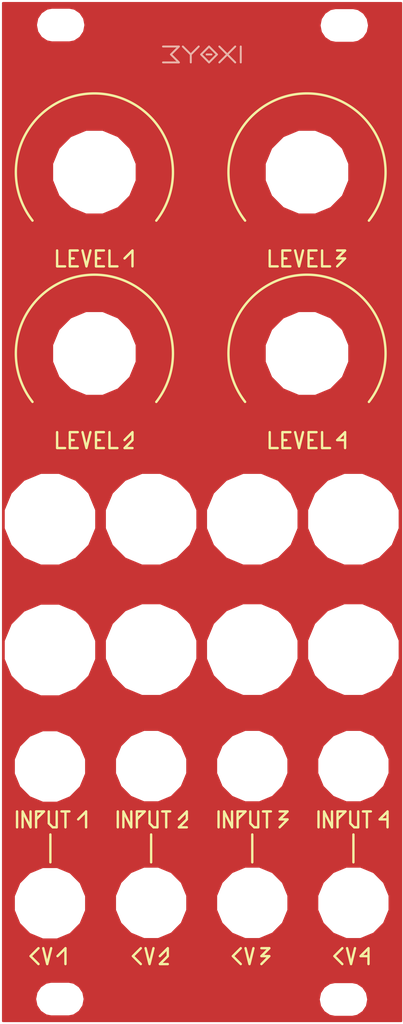
<source format=kicad_pcb>
(kicad_pcb (version 20171130) (host pcbnew "(5.0.1)-4")

  (general
    (thickness 1.6)
    (drawings 234)
    (tracks 0)
    (zones 0)
    (modules 2)
    (nets 1)
  )

  (page A4)
  (layers
    (0 F.Cu signal hide)
    (31 B.Cu signal hide)
    (32 B.Adhes user hide)
    (33 F.Adhes user hide)
    (34 B.Paste user hide)
    (35 F.Paste user hide)
    (36 B.SilkS user hide)
    (37 F.SilkS user hide)
    (38 B.Mask user hide)
    (39 F.Mask user)
    (40 Dwgs.User user hide)
    (41 Cmts.User user hide)
    (42 Eco1.User user hide)
    (43 Eco2.User user)
    (44 Edge.Cuts user)
    (45 Margin user hide)
    (46 B.CrtYd user hide)
    (47 F.CrtYd user hide)
    (48 B.Fab user hide)
    (49 F.Fab user hide)
  )

  (setup
    (last_trace_width 0.25)
    (trace_clearance 0.2)
    (zone_clearance 0.508)
    (zone_45_only no)
    (trace_min 0.2)
    (segment_width 0.2)
    (edge_width 0.2)
    (via_size 0.8)
    (via_drill 0.4)
    (via_min_size 0.4)
    (via_min_drill 0.3)
    (uvia_size 0.3)
    (uvia_drill 0.1)
    (uvias_allowed no)
    (uvia_min_size 0.2)
    (uvia_min_drill 0.1)
    (pcb_text_width 0.3)
    (pcb_text_size 1.5 1.5)
    (mod_edge_width 0.15)
    (mod_text_size 1 1)
    (mod_text_width 0.15)
    (pad_size 1.524 1.524)
    (pad_drill 0.762)
    (pad_to_mask_clearance 0.051)
    (solder_mask_min_width 0.25)
    (aux_axis_origin 0 0)
    (visible_elements 7FFFFFFF)
    (pcbplotparams
      (layerselection 0x010fc_ffffffff)
      (usegerberextensions false)
      (usegerberattributes false)
      (usegerberadvancedattributes false)
      (creategerberjobfile false)
      (excludeedgelayer true)
      (linewidth 0.100000)
      (plotframeref false)
      (viasonmask false)
      (mode 1)
      (useauxorigin false)
      (hpglpennumber 1)
      (hpglpenspeed 20)
      (hpglpendiameter 15.000000)
      (psnegative false)
      (psa4output false)
      (plotreference true)
      (plotvalue true)
      (plotinvisibletext false)
      (padsonsilk false)
      (subtractmaskfromsilk false)
      (outputformat 1)
      (mirror false)
      (drillshape 1)
      (scaleselection 1)
      (outputdirectory ""))
  )

  (net 0 "")

  (net_class Default "This is the default net class."
    (clearance 0.2)
    (trace_width 0.25)
    (via_dia 0.8)
    (via_drill 0.4)
    (uvia_dia 0.3)
    (uvia_drill 0.1)
  )

  (module "Eurorack Footprints:BKM_Signature_3" (layer B.Cu) (tedit 5C11F612) (tstamp 5C70C805)
    (at 29.2 126 180)
    (fp_text reference REF** (at 0 -5.3 180) (layer B.SilkS) hide
      (effects (font (size 1 1) (thickness 0.15)) (justify mirror))
    )
    (fp_text value BKM_Signature_3 (at 0 8 180) (layer B.Fab)
      (effects (font (size 1 1) (thickness 0.15)) (justify mirror))
    )
    (fp_line (start 8 4) (end 8 0) (layer B.Mask) (width 0.4))
    (fp_line (start 7 0) (end 8 4) (layer B.Mask) (width 0.4))
    (fp_line (start 6 4) (end 7 0) (layer B.Mask) (width 0.4))
    (fp_line (start 6 0) (end 6 4) (layer B.Mask) (width 0.4))
    (fp_line (start 3 2) (end 5 0) (layer B.Mask) (width 0.4))
    (fp_line (start 5 4) (end 3 2) (layer B.Mask) (width 0.4))
    (fp_line (start 3 0) (end 3 4) (layer B.Mask) (width 0.4))
    (fp_line (start 2 2) (end 0 0) (layer B.Mask) (width 0.4))
    (fp_line (start 0 2) (end 2 2) (layer B.Mask) (width 0.4))
    (fp_line (start 2 4) (end 0 2) (layer B.Mask) (width 0.4))
    (fp_line (start 0 4) (end 2 4) (layer B.Mask) (width 0.4))
    (fp_line (start 0 0) (end 0 4) (layer B.Mask) (width 0.4))
  )

  (module "Eurorack Footprints:Fish_mark_1" (layer F.Cu) (tedit 5C147E35) (tstamp 5C70C82D)
    (at 25.3 7.8)
    (fp_text reference REF** (at 0 4) (layer F.SilkS) hide
      (effects (font (size 1 1) (thickness 0.15)))
    )
    (fp_text value Fish_mark_1 (at 0 -7.4) (layer F.Fab)
      (effects (font (size 1 1) (thickness 0.15)))
    )
    (fp_line (start -0.4 -3.1) (end -2.4 -5.1) (layer B.Mask) (width 0.4))
    (fp_line (start 1.6 -3.1) (end -0.4 -3.1) (layer B.Mask) (width 0.4))
    (fp_line (start 2.6 -4.1) (end 1.6 -3.1) (layer B.Mask) (width 0.4))
    (fp_line (start -0.4 -5.1) (end -2.4 -3.1) (layer B.Mask) (width 0.4))
    (fp_line (start 1.6 -5.1) (end -0.4 -5.1) (layer B.Mask) (width 0.4))
    (fp_line (start 2.6 -4.1) (end 1.6 -5.1) (layer B.Mask) (width 0.4))
    (fp_line (start 4.9 -2.1) (end 4.9 -0.1) (layer B.SilkS) (width 0.25))
    (fp_line (start 0.6 -1.1) (end 1.2 -1.1) (layer B.SilkS) (width 0.25))
    (fp_line (start 1.9 -1.1) (end 0.9 -2.1) (layer B.SilkS) (width 0.25))
    (fp_line (start 0.9 -0.1) (end 1.9 -1.1) (layer B.SilkS) (width 0.25))
    (fp_line (start -0.1 -1.1) (end 0.9 -0.1) (layer B.SilkS) (width 0.25))
    (fp_line (start 0.9 -2.1) (end -0.1 -1.1) (layer B.SilkS) (width 0.25))
    (fp_line (start 4.2 -2.1) (end 2.2 -0.1) (layer B.SilkS) (width 0.25))
    (fp_line (start 2.2 -2.1) (end 4.2 -0.1) (layer B.SilkS) (width 0.25))
    (fp_line (start -1.4 -1.1) (end -1.4 -0.1) (layer B.SilkS) (width 0.25))
    (fp_line (start -0.4 -2.1) (end -1.4 -1.1) (layer B.SilkS) (width 0.25))
    (fp_line (start -2.4 -2.1) (end -1.4 -1.1) (layer B.SilkS) (width 0.25))
    (fp_line (start -2.9 -0.1) (end -4.9 -0.1) (layer B.SilkS) (width 0.25))
    (fp_line (start -3.9 -1.1) (end -2.9 -0.1) (layer B.SilkS) (width 0.25))
    (fp_line (start -2.9 -2.1) (end -3.9 -1.1) (layer B.SilkS) (width 0.25))
    (fp_line (start -4.9 -2.1) (end -2.9 -2.1) (layer B.SilkS) (width 0.25))
  )

  (gr_circle (center 7.4 125.5) (end 9.05 125.5) (layer Eco2.User) (width 0.2) (tstamp 5CA238BE))
  (gr_circle (center 42.9 125.5) (end 44.55 125.5) (layer Eco2.User) (width 0.2) (tstamp 5CA23879))
  (gr_circle (center 42.9 3.1) (end 44.55 3.1) (layer Eco2.User) (width 0.2) (tstamp 5CA2382C))
  (gr_circle (center 7.5 3) (end 9.15 3) (layer Eco2.User) (width 0.2))
  (gr_circle (center 44.4 113.3) (end 48.35 113.3) (layer Eco2.User) (width 0.3) (tstamp 5CA2380E))
  (gr_circle (center 31.65 113.3) (end 35.6 113.3) (layer Eco2.User) (width 0.3) (tstamp 5CA237FE))
  (gr_circle (center 18.9 113.3) (end 22.85 113.3) (layer Eco2.User) (width 0.3) (tstamp 5CA237EF))
  (gr_circle (center 6.15 113.35) (end 10.1 113.35) (layer Eco2.User) (width 0.3) (tstamp 5CA237E6))
  (gr_circle (center 44.4 96.1) (end 48.35 96.1) (layer Eco2.User) (width 0.3) (tstamp 5CA237D5))
  (gr_circle (center 31.65 96.1) (end 35.6 96.1) (layer Eco2.User) (width 0.3) (tstamp 5CA237CE))
  (gr_circle (center 18.9 96.1) (end 22.85 96.1) (layer Eco2.User) (width 0.3) (tstamp 5CA237C8))
  (gr_circle (center 6.15 96.15) (end 10.1 96.15) (layer Eco2.User) (width 0.3) (tstamp 5CA237B2))
  (gr_circle (center 44.35 81.45) (end 48.3 81.45) (layer Eco2.User) (width 0.3) (tstamp 5CA23798))
  (gr_circle (center 31.65 81.45) (end 35.6 81.45) (layer Eco2.User) (width 0.3) (tstamp 5CA23792))
  (gr_circle (center 18.9 81.45) (end 22.85 81.45) (layer Eco2.User) (width 0.3) (tstamp 5CA23773))
  (gr_circle (center 6.15 81.45) (end 10.1 81.45) (layer Eco2.User) (width 0.3) (tstamp 5CA2376D))
  (gr_circle (center 44.35 65.05) (end 48.3 65.05) (layer Eco2.User) (width 0.3) (tstamp 5CA23767))
  (gr_circle (center 31.65 65.05) (end 35.6 65.05) (layer Eco2.User) (width 0.3) (tstamp 5CA23761))
  (gr_circle (center 18.9 65.05) (end 22.85 65.05) (layer Eco2.User) (width 0.3) (tstamp 5CA23728))
  (gr_circle (center 6.15 65) (end 10.1 65) (layer Eco2.User) (width 0.3))
  (gr_circle (center 38.55 44.3) (end 43.3 44.3) (layer Eco2.User) (width 0.3) (tstamp 5CA23647))
  (gr_circle (center 11.75 44.3) (end 16.5 44.3) (layer Eco2.User) (width 0.3) (tstamp 5CA2363E))
  (gr_circle (center 38.55 21.5) (end 43.3 21.5) (layer Eco2.User) (width 0.3) (tstamp 5CA23635))
  (gr_circle (center 11.75 21.5) (end 16.5 21.5) (layer Eco2.User) (width 0.3))
  (gr_line (start 0 128.5) (end 0 0) (layer Eco2.User) (width 0.3))
  (gr_line (start 50.5 128.5) (end 0 128.5) (layer Eco2.User) (width 0.3))
  (gr_line (start 50.5 0) (end 50.5 128.5) (layer Eco2.User) (width 0.3))
  (gr_line (start 0 0) (end 50.5 0) (layer Eco2.User) (width 0.3))
  (gr_arc (start 11.75 44.3) (end 19.549999 50.399999) (angle -256.0259633) (layer F.SilkS) (width 0.3) (tstamp 5C8736AB))
  (gr_arc (start 38.55 44.3) (end 46.349999 50.399999) (angle -256.0259633) (layer F.SilkS) (width 0.3) (tstamp 5C8736A9))
  (gr_arc (start 38.55 21.5) (end 46.349999 27.599999) (angle -256.0259633) (layer F.SilkS) (width 0.3) (tstamp 5C8736A1))
  (gr_arc (start 11.75 21.5) (end 19.549999 27.599999) (angle -256.0259633) (layer F.SilkS) (width 0.3))
  (gr_line (start 44.4 108.3) (end 44.4 104.8) (layer F.SilkS) (width 0.3) (tstamp 5C871AA9))
  (gr_line (start 31.65 108.3) (end 31.65 104.8) (layer F.SilkS) (width 0.3) (tstamp 5C871AA6))
  (gr_line (start 18.9 108.3) (end 18.9 104.8) (layer F.SilkS) (width 0.3) (tstamp 5C871AA4))
  (gr_line (start 6.2 108.3) (end 6.2 104.8) (layer F.SilkS) (width 0.3))
  (gr_line (start 45.3 120.1) (end 46.3 120.1) (layer F.SilkS) (width 0.3) (tstamp 5C8719B4))
  (gr_line (start 46.3 119.1) (end 46.3 121.1) (layer F.SilkS) (width 0.3) (tstamp 5C871998))
  (gr_line (start 44.1 121.1) (end 44.6 119.1) (layer F.SilkS) (width 0.3) (tstamp 5C871997))
  (gr_line (start 43.6 119.1) (end 44.1 121.1) (layer F.SilkS) (width 0.3) (tstamp 5C871996))
  (gr_line (start 42 120.1) (end 43 121.1) (layer F.SilkS) (width 0.3) (tstamp 5C871995))
  (gr_line (start 43 119.1) (end 42 120.1) (layer F.SilkS) (width 0.3) (tstamp 5C871994))
  (gr_line (start 45.3 120.1) (end 46.3 119.1) (layer F.SilkS) (width 0.3) (tstamp 5C871993))
  (gr_line (start 31.3 121.1) (end 31.8 119.1) (layer F.SilkS) (width 0.3) (tstamp 5C871985))
  (gr_line (start 30.8 119.1) (end 31.3 121.1) (layer F.SilkS) (width 0.3) (tstamp 5C871984))
  (gr_line (start 29.2 120.1) (end 30.2 121.1) (layer F.SilkS) (width 0.3) (tstamp 5C871983))
  (gr_line (start 30.2 119.1) (end 29.2 120.1) (layer F.SilkS) (width 0.3) (tstamp 5C871982))
  (gr_line (start 18.2 119.1) (end 18.7 121.1) (layer F.SilkS) (width 0.3) (tstamp 5C87197A))
  (gr_line (start 16.6 120.1) (end 17.6 121.1) (layer F.SilkS) (width 0.3) (tstamp 5C871979))
  (gr_line (start 17.6 119.1) (end 16.6 120.1) (layer F.SilkS) (width 0.3) (tstamp 5C871978))
  (gr_line (start 18.7 121.1) (end 19.2 119.1) (layer F.SilkS) (width 0.3) (tstamp 5C871975))
  (gr_line (start 20 121.1) (end 21 121.1) (layer F.SilkS) (width 0.3) (tstamp 5C87191C))
  (gr_line (start 21 120.1) (end 20 121.1) (layer F.SilkS) (width 0.3) (tstamp 5C87191B))
  (gr_line (start 21 119.1) (end 21 120.1) (layer F.SilkS) (width 0.3) (tstamp 5C87191A))
  (gr_line (start 33.8 120.1) (end 32.8 121.1) (layer F.SilkS) (width 0.3) (tstamp 5C871919))
  (gr_line (start 32.8 120.1) (end 33.8 120.1) (layer F.SilkS) (width 0.3) (tstamp 5C871918))
  (gr_line (start 32.8 119.1) (end 33.8 119.1) (layer F.SilkS) (width 0.3) (tstamp 5C871917))
  (gr_line (start 32.8 120.1) (end 33.8 119.1) (layer F.SilkS) (width 0.3) (tstamp 5C871914))
  (gr_line (start 20 120.1) (end 21 119.1) (layer F.SilkS) (width 0.3) (tstamp 5C871913))
  (gr_line (start 7.1 120.1) (end 8.1 119.1) (layer F.SilkS) (width 0.3) (tstamp 5C871912))
  (gr_line (start 8.1 119.1) (end 8.1 121.1) (layer F.SilkS) (width 0.3) (tstamp 5C871911))
  (gr_line (start 5.8 121.1) (end 6.3 119.1) (layer F.SilkS) (width 0.3))
  (gr_line (start 5.3 119.1) (end 5.8 121.1) (layer F.SilkS) (width 0.3))
  (gr_line (start 3.7 120.1) (end 4.7 121.1) (layer F.SilkS) (width 0.3))
  (gr_line (start 4.7 119.1) (end 3.7 120.1) (layer F.SilkS) (width 0.3))
  (gr_line (start 47.7 102.9) (end 48.7 102.9) (layer F.SilkS) (width 0.3) (tstamp 5C8718F9))
  (gr_line (start 22.4 103.9) (end 23.4 103.9) (layer F.SilkS) (width 0.3) (tstamp 5C8718AC))
  (gr_line (start 23.4 102.9) (end 22.4 103.9) (layer F.SilkS) (width 0.3) (tstamp 5C8718AB))
  (gr_line (start 23.4 101.9) (end 23.4 102.9) (layer F.SilkS) (width 0.3) (tstamp 5C8718AA))
  (gr_line (start 36.1 102.9) (end 35.1 103.9) (layer F.SilkS) (width 0.3) (tstamp 5C8718A7))
  (gr_line (start 35.1 102.9) (end 36.1 102.9) (layer F.SilkS) (width 0.3) (tstamp 5C8718A6))
  (gr_line (start 35.1 101.9) (end 36.1 101.9) (layer F.SilkS) (width 0.3) (tstamp 5C8718A4))
  (gr_line (start 47.7 102.9) (end 48.7 101.9) (layer F.SilkS) (width 0.3) (tstamp 5C871891))
  (gr_line (start 48.7 101.9) (end 48.7 103.9) (layer F.SilkS) (width 0.3) (tstamp 5C871890))
  (gr_line (start 46.1 101.9) (end 46.1 103.9) (layer F.SilkS) (width 0.3) (tstamp 5C87188F))
  (gr_line (start 44 101.9) (end 44 103.4) (layer F.SilkS) (width 0.3) (tstamp 5C87188E))
  (gr_line (start 44 103.4) (end 44.5 103.9) (layer F.SilkS) (width 0.3) (tstamp 5C87188D))
  (gr_line (start 44.5 103.9) (end 45 103.9) (layer F.SilkS) (width 0.3) (tstamp 5C87188C))
  (gr_line (start 45 103.9) (end 45 101.9) (layer F.SilkS) (width 0.3) (tstamp 5C87188B))
  (gr_line (start 45.6 101.9) (end 46.6 101.9) (layer F.SilkS) (width 0.3) (tstamp 5C87188A))
  (gr_line (start 41.7 103.9) (end 41.7 101.9) (layer F.SilkS) (width 0.3) (tstamp 5C871889))
  (gr_line (start 42.4 103.9) (end 42.4 101.9) (layer F.SilkS) (width 0.3) (tstamp 5C871888))
  (gr_line (start 42.4 101.9) (end 43.4 101.9) (layer F.SilkS) (width 0.3) (tstamp 5C871887))
  (gr_line (start 40 101.9) (end 40 103.9) (layer F.SilkS) (width 0.3) (tstamp 5C871886))
  (gr_line (start 40.7 101.9) (end 41.7 103.9) (layer F.SilkS) (width 0.3) (tstamp 5C871885))
  (gr_line (start 40.7 103.9) (end 40.7 101.9) (layer F.SilkS) (width 0.3) (tstamp 5C871884))
  (gr_line (start 43.4 101.9) (end 42.4 102.9) (layer F.SilkS) (width 0.3) (tstamp 5C871883))
  (gr_line (start 35.1 102.9) (end 36.1 101.9) (layer F.SilkS) (width 0.3) (tstamp 5C871873))
  (gr_line (start 33.5 101.9) (end 33.5 103.9) (layer F.SilkS) (width 0.3) (tstamp 5C871871))
  (gr_line (start 31.4 101.9) (end 31.4 103.4) (layer F.SilkS) (width 0.3) (tstamp 5C871870))
  (gr_line (start 31.4 103.4) (end 31.9 103.9) (layer F.SilkS) (width 0.3) (tstamp 5C87186F))
  (gr_line (start 31.9 103.9) (end 32.4 103.9) (layer F.SilkS) (width 0.3) (tstamp 5C87186E))
  (gr_line (start 32.4 103.9) (end 32.4 101.9) (layer F.SilkS) (width 0.3) (tstamp 5C87186D))
  (gr_line (start 33 101.9) (end 34 101.9) (layer F.SilkS) (width 0.3) (tstamp 5C87186C))
  (gr_line (start 29.1 103.9) (end 29.1 101.9) (layer F.SilkS) (width 0.3) (tstamp 5C87186B))
  (gr_line (start 29.8 103.9) (end 29.8 101.9) (layer F.SilkS) (width 0.3) (tstamp 5C87186A))
  (gr_line (start 29.8 101.9) (end 30.8 101.9) (layer F.SilkS) (width 0.3) (tstamp 5C871869))
  (gr_line (start 27.4 101.9) (end 27.4 103.9) (layer F.SilkS) (width 0.3) (tstamp 5C871868))
  (gr_line (start 28.1 101.9) (end 29.1 103.9) (layer F.SilkS) (width 0.3) (tstamp 5C871867))
  (gr_line (start 28.1 103.9) (end 28.1 101.9) (layer F.SilkS) (width 0.3) (tstamp 5C871866))
  (gr_line (start 30.8 101.9) (end 29.8 102.9) (layer F.SilkS) (width 0.3) (tstamp 5C871865))
  (gr_line (start 22.4 102.9) (end 23.4 101.9) (layer F.SilkS) (width 0.3) (tstamp 5C871855))
  (gr_line (start 20.8 101.9) (end 20.8 103.9) (layer F.SilkS) (width 0.3) (tstamp 5C871853))
  (gr_line (start 18.7 101.9) (end 18.7 103.4) (layer F.SilkS) (width 0.3) (tstamp 5C871852))
  (gr_line (start 18.7 103.4) (end 19.2 103.9) (layer F.SilkS) (width 0.3) (tstamp 5C871851))
  (gr_line (start 19.2 103.9) (end 19.7 103.9) (layer F.SilkS) (width 0.3) (tstamp 5C871850))
  (gr_line (start 19.7 103.9) (end 19.7 101.9) (layer F.SilkS) (width 0.3) (tstamp 5C87184F))
  (gr_line (start 20.3 101.9) (end 21.3 101.9) (layer F.SilkS) (width 0.3) (tstamp 5C87184E))
  (gr_line (start 16.4 103.9) (end 16.4 101.9) (layer F.SilkS) (width 0.3) (tstamp 5C87184D))
  (gr_line (start 17.1 103.9) (end 17.1 101.9) (layer F.SilkS) (width 0.3) (tstamp 5C87184C))
  (gr_line (start 17.1 101.9) (end 18.1 101.9) (layer F.SilkS) (width 0.3) (tstamp 5C87184B))
  (gr_line (start 18.1 101.9) (end 17.1 102.9) (layer F.SilkS) (width 0.3) (tstamp 5C87184A))
  (gr_line (start 15.4 103.9) (end 15.4 101.9) (layer F.SilkS) (width 0.3) (tstamp 5C871849))
  (gr_line (start 15.4 101.9) (end 16.4 103.9) (layer F.SilkS) (width 0.3) (tstamp 5C871848))
  (gr_line (start 14.7 101.9) (end 14.7 103.9) (layer F.SilkS) (width 0.3) (tstamp 5C871847))
  (gr_line (start 8.1 101.9) (end 8.1 103.9) (layer F.SilkS) (width 0.3))
  (gr_line (start 7.6 101.9) (end 8.6 101.9) (layer F.SilkS) (width 0.3))
  (gr_line (start 7 103.9) (end 7 101.9) (layer F.SilkS) (width 0.3))
  (gr_line (start 6.5 103.9) (end 7 103.9) (layer F.SilkS) (width 0.3))
  (gr_line (start 6 103.4) (end 6.5 103.9) (layer F.SilkS) (width 0.3))
  (gr_line (start 6 101.9) (end 6 103.4) (layer F.SilkS) (width 0.3))
  (gr_line (start 5.4 101.9) (end 4.4 102.9) (layer F.SilkS) (width 0.3))
  (gr_line (start 4.4 101.9) (end 5.4 101.9) (layer F.SilkS) (width 0.3))
  (gr_line (start 4.4 103.9) (end 4.4 101.9) (layer F.SilkS) (width 0.3))
  (gr_line (start 3.7 103.9) (end 3.7 101.9) (layer F.SilkS) (width 0.3))
  (gr_line (start 2.7 101.9) (end 3.7 103.9) (layer F.SilkS) (width 0.3))
  (gr_line (start 2.7 103.9) (end 2.7 101.9) (layer F.SilkS) (width 0.3))
  (gr_line (start 2 101.9) (end 2 103.9) (layer F.SilkS) (width 0.3))
  (gr_line (start 10.7 101.9) (end 10.7 103.9) (layer F.SilkS) (width 0.3) (tstamp 5C870B4D))
  (gr_line (start 9.7 102.9) (end 10.7 101.9) (layer F.SilkS) (width 0.3) (tstamp 5C870B4C))
  (gr_line (start 38.75 54.2) (end 38.75 56.2) (layer F.SilkS) (width 0.3) (tstamp 5C8709BA))
  (gr_line (start 39.75 54.2) (end 38.75 54.2) (layer F.SilkS) (width 0.3) (tstamp 5C8709B9))
  (gr_line (start 37.55 56.2) (end 38.05 54.2) (layer F.SilkS) (width 0.3) (tstamp 5C8709B8))
  (gr_line (start 37.05 54.2) (end 37.55 56.2) (layer F.SilkS) (width 0.3) (tstamp 5C8709B7))
  (gr_line (start 35.45 55.2) (end 35.95 55.2) (layer F.SilkS) (width 0.3) (tstamp 5C8709B6))
  (gr_line (start 35.45 56.2) (end 36.45 56.2) (layer F.SilkS) (width 0.3) (tstamp 5C8709B5))
  (gr_line (start 35.45 54.2) (end 35.45 56.2) (layer F.SilkS) (width 0.3) (tstamp 5C8709B4))
  (gr_line (start 36.45 54.2) (end 35.45 54.2) (layer F.SilkS) (width 0.3) (tstamp 5C8709B3))
  (gr_line (start 33.85 56.2) (end 34.85 56.2) (layer F.SilkS) (width 0.3) (tstamp 5C8709B2))
  (gr_line (start 33.85 54.2) (end 33.85 56.2) (layer F.SilkS) (width 0.3) (tstamp 5C8709B1))
  (gr_line (start 43.35 54.2) (end 43.35 56.2) (layer F.SilkS) (width 0.3) (tstamp 5C8709A3))
  (gr_line (start 42.35 55.2) (end 43.35 54.2) (layer F.SilkS) (width 0.3) (tstamp 5C8709A2))
  (gr_line (start 40.45 56.2) (end 41.45 56.2) (layer F.SilkS) (width 0.3) (tstamp 5C8709A1))
  (gr_line (start 40.45 54.2) (end 40.45 56.2) (layer F.SilkS) (width 0.3) (tstamp 5C8709A0))
  (gr_line (start 38.75 55.2) (end 39.25 55.2) (layer F.SilkS) (width 0.3) (tstamp 5C87099F))
  (gr_line (start 38.75 56.2) (end 39.75 56.2) (layer F.SilkS) (width 0.3) (tstamp 5C87099E))
  (gr_line (start 13.65 56.2) (end 14.65 56.2) (layer F.SilkS) (width 0.3) (tstamp 5C87097E))
  (gr_line (start 13.65 54.2) (end 13.65 56.2) (layer F.SilkS) (width 0.3) (tstamp 5C87097D))
  (gr_line (start 11.95 55.2) (end 12.45 55.2) (layer F.SilkS) (width 0.3) (tstamp 5C87097C))
  (gr_line (start 11.95 56.2) (end 12.95 56.2) (layer F.SilkS) (width 0.3) (tstamp 5C87097B))
  (gr_line (start 11.95 54.2) (end 11.95 56.2) (layer F.SilkS) (width 0.3) (tstamp 5C87097A))
  (gr_line (start 12.95 54.2) (end 11.95 54.2) (layer F.SilkS) (width 0.3) (tstamp 5C870979))
  (gr_line (start 10.75 56.2) (end 11.25 54.2) (layer F.SilkS) (width 0.3) (tstamp 5C870978))
  (gr_line (start 10.25 54.2) (end 10.75 56.2) (layer F.SilkS) (width 0.3) (tstamp 5C870977))
  (gr_line (start 8.65 55.2) (end 9.15 55.2) (layer F.SilkS) (width 0.3) (tstamp 5C870976))
  (gr_line (start 8.65 56.2) (end 9.65 56.2) (layer F.SilkS) (width 0.3) (tstamp 5C870975))
  (gr_line (start 8.65 54.2) (end 8.65 56.2) (layer F.SilkS) (width 0.3) (tstamp 5C870974))
  (gr_line (start 9.65 54.2) (end 8.65 54.2) (layer F.SilkS) (width 0.3) (tstamp 5C870973))
  (gr_line (start 7.05 56.2) (end 8.05 56.2) (layer F.SilkS) (width 0.3) (tstamp 5C870972))
  (gr_line (start 7.05 54.2) (end 7.05 56.2) (layer F.SilkS) (width 0.3) (tstamp 5C870971))
  (gr_line (start 40.45 33.35) (end 41.45 33.35) (layer F.SilkS) (width 0.3) (tstamp 5C870944))
  (gr_line (start 40.45 31.35) (end 40.45 33.35) (layer F.SilkS) (width 0.3) (tstamp 5C870943))
  (gr_line (start 38.75 32.35) (end 39.25 32.35) (layer F.SilkS) (width 0.3) (tstamp 5C870942))
  (gr_line (start 38.75 33.35) (end 39.75 33.35) (layer F.SilkS) (width 0.3) (tstamp 5C870941))
  (gr_line (start 38.75 31.35) (end 38.75 33.35) (layer F.SilkS) (width 0.3) (tstamp 5C870940))
  (gr_line (start 39.75 31.35) (end 38.75 31.35) (layer F.SilkS) (width 0.3) (tstamp 5C87093F))
  (gr_line (start 37.55 33.35) (end 38.05 31.35) (layer F.SilkS) (width 0.3) (tstamp 5C87093E))
  (gr_line (start 37.05 31.35) (end 37.55 33.35) (layer F.SilkS) (width 0.3) (tstamp 5C87093D))
  (gr_line (start 35.45 32.35) (end 35.95 32.35) (layer F.SilkS) (width 0.3) (tstamp 5C87093C))
  (gr_line (start 35.45 33.35) (end 36.45 33.35) (layer F.SilkS) (width 0.3) (tstamp 5C87093B))
  (gr_line (start 35.45 31.35) (end 35.45 33.35) (layer F.SilkS) (width 0.3) (tstamp 5C87093A))
  (gr_line (start 36.45 31.35) (end 35.45 31.35) (layer F.SilkS) (width 0.3) (tstamp 5C870939))
  (gr_line (start 33.85 33.35) (end 34.85 33.35) (layer F.SilkS) (width 0.3) (tstamp 5C870938))
  (gr_line (start 33.85 31.35) (end 33.85 33.35) (layer F.SilkS) (width 0.3) (tstamp 5C870937))
  (gr_line (start 11.75 21.5) (end 17.25 12.1) (layer Eco1.User) (width 0.2) (tstamp 5C86FFCA))
  (gr_line (start 11.75 21.5) (end 21.55 15.85) (layer Eco1.User) (width 0.2) (tstamp 5C86FFC9))
  (gr_line (start 11.75 21.5) (end 21.15 27) (layer Eco1.User) (width 0.2) (tstamp 5C86FFC0))
  (gr_line (start 11.75 21.5) (end 17.4 31.3) (layer Eco1.User) (width 0.2) (tstamp 5C86FFBF))
  (gr_line (start 11.75 21.5) (end 6.25 30.9) (layer Eco1.User) (width 0.2) (tstamp 5C86FFB6))
  (gr_line (start 11.75 21.5) (end 1.95 27.15) (layer Eco1.User) (width 0.2) (tstamp 5C86FFB5))
  (gr_line (start 11.75 21.5) (end 2.35 16) (layer Eco1.User) (width 0.2))
  (gr_line (start 11.75 21.5) (end 6.1 11.7) (layer Eco1.User) (width 0.2))
  (gr_line (start 1.8 21.5) (end 22.75 21.5) (layer Eco1.User) (width 0.2) (tstamp 5C86FA08))
  (gr_line (start 11.75 11.85) (end 11.75 32.8) (layer Eco1.User) (width 0.2))
  (gr_circle (center 38.55 44.3) (end 47.55 44.3) (layer Eco1.User) (width 0.2) (tstamp 5C86F7E5))
  (gr_circle (center 11.75 44.3) (end 20.75 44.3) (layer Eco1.User) (width 0.2) (tstamp 5C86F7E4))
  (gr_circle (center 38.55 21.5) (end 47.55 21.5) (layer Eco1.User) (width 0.2) (tstamp 5C86F7E1))
  (gr_circle (center 11.75 21.5) (end 20.75 21.5) (layer Eco1.User) (width 0.2))
  (gr_line (start 42.35 55.2) (end 43.35 55.2) (layer F.SilkS) (width 0.3))
  (gr_line (start 43.35 32.35) (end 42.35 33.35) (layer F.SilkS) (width 0.3))
  (gr_line (start 42.35 32.35) (end 43.35 32.35) (layer F.SilkS) (width 0.3))
  (gr_line (start 43.35 31.35) (end 42.35 32.35) (layer F.SilkS) (width 0.3))
  (gr_line (start 42.35 31.35) (end 43.35 31.35) (layer F.SilkS) (width 0.3))
  (gr_line (start 15.55 56.2) (end 16.55 56.2) (layer F.SilkS) (width 0.3))
  (gr_line (start 16.55 55.2) (end 15.55 56.2) (layer F.SilkS) (width 0.3))
  (gr_line (start 16.55 54.2) (end 16.55 55.2) (layer F.SilkS) (width 0.3))
  (gr_line (start 15.55 55.2) (end 16.55 54.2) (layer F.SilkS) (width 0.3))
  (gr_line (start 16.55 31.35) (end 16.55 33.35) (layer F.SilkS) (width 0.3))
  (gr_line (start 15.55 32.35) (end 16.55 31.35) (layer F.SilkS) (width 0.3))
  (gr_line (start 13.65 33.35) (end 14.65 33.35) (layer F.SilkS) (width 0.3) (tstamp 5C86F787))
  (gr_line (start 13.65 31.35) (end 13.65 33.35) (layer F.SilkS) (width 0.3) (tstamp 5C86F786))
  (gr_line (start 11.95 32.35) (end 12.45 32.35) (layer F.SilkS) (width 0.3) (tstamp 5C86F781))
  (gr_line (start 11.95 33.35) (end 12.95 33.35) (layer F.SilkS) (width 0.3) (tstamp 5C86F780))
  (gr_line (start 11.95 31.35) (end 11.95 33.35) (layer F.SilkS) (width 0.3) (tstamp 5C86F77F))
  (gr_line (start 12.95 31.35) (end 11.95 31.35) (layer F.SilkS) (width 0.3) (tstamp 5C86F77E))
  (gr_line (start 10.75 33.35) (end 11.25 31.35) (layer F.SilkS) (width 0.3))
  (gr_line (start 10.25 31.35) (end 10.75 33.35) (layer F.SilkS) (width 0.3))
  (gr_line (start 8.65 32.35) (end 9.15 32.35) (layer F.SilkS) (width 0.3))
  (gr_line (start 8.65 33.35) (end 9.65 33.35) (layer F.SilkS) (width 0.3))
  (gr_line (start 8.65 31.35) (end 8.65 33.35) (layer F.SilkS) (width 0.3))
  (gr_line (start 9.65 31.35) (end 8.65 31.35) (layer F.SilkS) (width 0.3))
  (gr_line (start 7.05 33.35) (end 8.05 33.35) (layer F.SilkS) (width 0.3))
  (gr_line (start 7.05 31.35) (end 7.05 33.35) (layer F.SilkS) (width 0.3))
  (gr_line (start 35.7 113.4) (end 40.45 113.4) (layer Eco1.User) (width 0.1) (tstamp 5C86F4F3))
  (gr_line (start 22.95 113.4) (end 27.7 113.4) (layer Eco1.User) (width 0.1) (tstamp 5C86F4F2))
  (gr_line (start 10.2 113.4) (end 14.95 113.4) (layer Eco1.User) (width 0.1) (tstamp 5C86F4F1))
  (gr_line (start 18.9 100.2) (end 18.9 109.4) (layer Eco1.User) (width 0.1))
  (gr_line (start 35.7 96.2) (end 40.45 96.2) (layer Eco1.User) (width 0.1) (tstamp 5C86F4B2))
  (gr_line (start 22.95 96.2) (end 27.7 96.2) (layer Eco1.User) (width 0.1) (tstamp 5C86F4B1))
  (gr_line (start 10.2 96.2) (end 14.95 96.2) (layer Eco1.User) (width 0.1) (tstamp 5C86F4B0))
  (gr_line (start 18.9 85.55) (end 18.9 92.25) (layer Eco1.User) (width 0.1))
  (gr_line (start 35.7 81.55) (end 40.45 81.55) (layer Eco1.User) (width 0.1) (tstamp 5C86F422))
  (gr_line (start 22.95 81.55) (end 27.7 81.55) (layer Eco1.User) (width 0.1) (tstamp 5C86F421))
  (gr_line (start 10.2 81.55) (end 14.95 81.55) (layer Eco1.User) (width 0.1) (tstamp 5C86F420))
  (gr_line (start 18.9 69.1) (end 18.9 77.6) (layer Eco1.User) (width 0.1))
  (gr_line (start 35.7 65.15) (end 40.45 65.15) (layer Eco1.User) (width 0.1) (tstamp 5C86F322))
  (gr_line (start 22.95 65.15) (end 27.7 65.15) (layer Eco1.User) (width 0.1) (tstamp 5C86F307))
  (gr_line (start 10.2 65.15) (end 14.95 65.15) (layer Eco1.User) (width 0.1))
  (gr_line (start 6.2 69.1) (end 6.2 128.5) (layer Eco1.User) (width 0.1))
  (gr_line (start 48.3 65.15) (end 50.65 65.15) (layer Eco1.User) (width 0.1))
  (gr_line (start 0 65.15) (end 2.2 65.15) (layer Eco1.User) (width 0.1))
  (gr_line (start 43.3 21.5) (end 50.65 21.5) (layer Eco1.User) (width 0.2))
  (gr_line (start 11.75 26.25) (end 11.75 39.55) (layer Eco1.User) (width 0.2))
  (gr_line (start 0 128.5) (end 297 128.5) (layer Eco1.User) (width 0.2))

  (zone (net 0) (net_name "") (layer F.Cu) (tstamp 0) (hatch edge 0.508)
    (connect_pads no (clearance 0))
    (min_thickness 0.254)
    (fill yes (arc_segments 16) (thermal_gap 0.508) (thermal_bridge_width 0.508))
    (polygon
      (pts
        (xy 0 0) (xy 50.6 0) (xy 50.6 128.5) (xy 0 128.5)
      )
    )
    (filled_polygon
      (pts
        (xy 50.423001 128.273) (xy 0.227 128.273) (xy 0.227 125.5) (xy 4.280351 125.5) (xy 4.449312 126.349423)
        (xy 4.930471 127.069529) (xy 5.650577 127.550688) (xy 6.285589 127.677) (xy 8.514411 127.677) (xy 9.149423 127.550688)
        (xy 9.869529 127.069529) (xy 10.350688 126.349423) (xy 10.509703 125.55) (xy 40.030351 125.55) (xy 40.199312 126.399423)
        (xy 40.680471 127.119529) (xy 41.400577 127.600688) (xy 42.035589 127.727) (xy 44.264411 127.727) (xy 44.899423 127.600688)
        (xy 45.619529 127.119529) (xy 46.100688 126.399423) (xy 46.269649 125.55) (xy 46.100688 124.700577) (xy 45.619529 123.980471)
        (xy 44.899423 123.499312) (xy 44.264411 123.373) (xy 42.035589 123.373) (xy 41.400577 123.499312) (xy 40.680471 123.980471)
        (xy 40.199312 124.700577) (xy 40.030351 125.55) (xy 10.509703 125.55) (xy 10.519649 125.5) (xy 10.350688 124.650577)
        (xy 9.869529 123.930471) (xy 9.149423 123.449312) (xy 8.514411 123.323) (xy 6.285589 123.323) (xy 5.650577 123.449312)
        (xy 4.930471 123.930471) (xy 4.449312 124.650577) (xy 4.280351 125.5) (xy 0.227 125.5) (xy 0.227 112.544551)
        (xy 1.598 112.544551) (xy 1.598 114.355449) (xy 2.291001 116.028501) (xy 3.571499 117.308999) (xy 5.244551 118.002)
        (xy 7.055449 118.002) (xy 8.728501 117.308999) (xy 10.008999 116.028501) (xy 10.702 114.355449) (xy 10.702 112.544551)
        (xy 10.68129 112.494551) (xy 14.348 112.494551) (xy 14.348 114.305449) (xy 15.041001 115.978501) (xy 16.321499 117.258999)
        (xy 17.994551 117.952) (xy 19.805449 117.952) (xy 21.478501 117.258999) (xy 22.758999 115.978501) (xy 23.452 114.305449)
        (xy 23.452 112.494551) (xy 27.098 112.494551) (xy 27.098 114.305449) (xy 27.791001 115.978501) (xy 29.071499 117.258999)
        (xy 30.744551 117.952) (xy 32.555449 117.952) (xy 34.228501 117.258999) (xy 35.508999 115.978501) (xy 36.202 114.305449)
        (xy 36.202 112.494551) (xy 39.848 112.494551) (xy 39.848 114.305449) (xy 40.541001 115.978501) (xy 41.821499 117.258999)
        (xy 43.494551 117.952) (xy 45.305449 117.952) (xy 46.978501 117.258999) (xy 48.258999 115.978501) (xy 48.952 114.305449)
        (xy 48.952 112.494551) (xy 48.258999 110.821499) (xy 46.978501 109.541001) (xy 45.305449 108.848) (xy 43.494551 108.848)
        (xy 41.821499 109.541001) (xy 40.541001 110.821499) (xy 39.848 112.494551) (xy 36.202 112.494551) (xy 35.508999 110.821499)
        (xy 34.228501 109.541001) (xy 32.555449 108.848) (xy 30.744551 108.848) (xy 29.071499 109.541001) (xy 27.791001 110.821499)
        (xy 27.098 112.494551) (xy 23.452 112.494551) (xy 22.758999 110.821499) (xy 21.478501 109.541001) (xy 19.805449 108.848)
        (xy 17.994551 108.848) (xy 16.321499 109.541001) (xy 15.041001 110.821499) (xy 14.348 112.494551) (xy 10.68129 112.494551)
        (xy 10.008999 110.871499) (xy 8.728501 109.591001) (xy 7.055449 108.898) (xy 5.244551 108.898) (xy 3.571499 109.591001)
        (xy 2.291001 110.871499) (xy 1.598 112.544551) (xy 0.227 112.544551) (xy 0.227 95.344551) (xy 1.598 95.344551)
        (xy 1.598 97.155449) (xy 2.291001 98.828501) (xy 3.571499 100.108999) (xy 5.244551 100.802) (xy 7.055449 100.802)
        (xy 8.728501 100.108999) (xy 10.008999 98.828501) (xy 10.702 97.155449) (xy 10.702 95.344551) (xy 10.68129 95.294551)
        (xy 14.348 95.294551) (xy 14.348 97.105449) (xy 15.041001 98.778501) (xy 16.321499 100.058999) (xy 17.994551 100.752)
        (xy 19.805449 100.752) (xy 21.478501 100.058999) (xy 22.758999 98.778501) (xy 23.452 97.105449) (xy 23.452 95.294551)
        (xy 27.098 95.294551) (xy 27.098 97.105449) (xy 27.791001 98.778501) (xy 29.071499 100.058999) (xy 30.744551 100.752)
        (xy 32.555449 100.752) (xy 34.228501 100.058999) (xy 35.508999 98.778501) (xy 36.202 97.105449) (xy 36.202 95.294551)
        (xy 39.848 95.294551) (xy 39.848 97.105449) (xy 40.541001 98.778501) (xy 41.821499 100.058999) (xy 43.494551 100.752)
        (xy 45.305449 100.752) (xy 46.978501 100.058999) (xy 48.258999 98.778501) (xy 48.952 97.105449) (xy 48.952 95.294551)
        (xy 48.258999 93.621499) (xy 46.978501 92.341001) (xy 45.305449 91.648) (xy 43.494551 91.648) (xy 41.821499 92.341001)
        (xy 40.541001 93.621499) (xy 39.848 95.294551) (xy 36.202 95.294551) (xy 35.508999 93.621499) (xy 34.228501 92.341001)
        (xy 32.555449 91.648) (xy 30.744551 91.648) (xy 29.071499 92.341001) (xy 27.791001 93.621499) (xy 27.098 95.294551)
        (xy 23.452 95.294551) (xy 22.758999 93.621499) (xy 21.478501 92.341001) (xy 19.805449 91.648) (xy 17.994551 91.648)
        (xy 16.321499 92.341001) (xy 15.041001 93.621499) (xy 14.348 95.294551) (xy 10.68129 95.294551) (xy 10.008999 93.671499)
        (xy 8.728501 92.391001) (xy 7.055449 91.698) (xy 5.244551 91.698) (xy 3.571499 92.391001) (xy 2.291001 93.671499)
        (xy 1.598 95.344551) (xy 0.227 95.344551) (xy 0.227 80.440938) (xy 0.323 80.440938) (xy 0.323 82.759062)
        (xy 1.210108 84.900731) (xy 2.849269 86.539892) (xy 4.990938 87.427) (xy 7.309062 87.427) (xy 9.450731 86.539892)
        (xy 11.089892 84.900731) (xy 11.977 82.759062) (xy 11.977 80.440938) (xy 11.95629 80.390938) (xy 13.073 80.390938)
        (xy 13.073 82.709062) (xy 13.960108 84.850731) (xy 15.599269 86.489892) (xy 17.740938 87.377) (xy 20.059062 87.377)
        (xy 22.200731 86.489892) (xy 23.839892 84.850731) (xy 24.727 82.709062) (xy 24.727 80.390938) (xy 25.823 80.390938)
        (xy 25.823 82.709062) (xy 26.710108 84.850731) (xy 28.349269 86.489892) (xy 30.490938 87.377) (xy 32.809062 87.377)
        (xy 34.950731 86.489892) (xy 36.589892 84.850731) (xy 37.477 82.709062) (xy 37.477 80.390938) (xy 38.573 80.390938)
        (xy 38.573 82.709062) (xy 39.460108 84.850731) (xy 41.099269 86.489892) (xy 43.240938 87.377) (xy 45.559062 87.377)
        (xy 47.700731 86.489892) (xy 49.339892 84.850731) (xy 50.227 82.709062) (xy 50.227 80.390938) (xy 49.339892 78.249269)
        (xy 47.700731 76.610108) (xy 45.559062 75.723) (xy 43.240938 75.723) (xy 41.099269 76.610108) (xy 39.460108 78.249269)
        (xy 38.573 80.390938) (xy 37.477 80.390938) (xy 36.589892 78.249269) (xy 34.950731 76.610108) (xy 32.809062 75.723)
        (xy 30.490938 75.723) (xy 28.349269 76.610108) (xy 26.710108 78.249269) (xy 25.823 80.390938) (xy 24.727 80.390938)
        (xy 23.839892 78.249269) (xy 22.200731 76.610108) (xy 20.059062 75.723) (xy 17.740938 75.723) (xy 15.599269 76.610108)
        (xy 13.960108 78.249269) (xy 13.073 80.390938) (xy 11.95629 80.390938) (xy 11.089892 78.299269) (xy 9.450731 76.660108)
        (xy 7.309062 75.773) (xy 4.990938 75.773) (xy 2.849269 76.660108) (xy 1.210108 78.299269) (xy 0.323 80.440938)
        (xy 0.227 80.440938) (xy 0.227 63.990938) (xy 0.323 63.990938) (xy 0.323 66.309062) (xy 1.210108 68.450731)
        (xy 2.849269 70.089892) (xy 4.990938 70.977) (xy 7.309062 70.977) (xy 9.450731 70.089892) (xy 11.089892 68.450731)
        (xy 11.977 66.309062) (xy 11.977 63.990938) (xy 13.073 63.990938) (xy 13.073 66.309062) (xy 13.960108 68.450731)
        (xy 15.599269 70.089892) (xy 17.740938 70.977) (xy 20.059062 70.977) (xy 22.200731 70.089892) (xy 23.839892 68.450731)
        (xy 24.727 66.309062) (xy 24.727 63.990938) (xy 25.823 63.990938) (xy 25.823 66.309062) (xy 26.710108 68.450731)
        (xy 28.349269 70.089892) (xy 30.490938 70.977) (xy 32.809062 70.977) (xy 34.950731 70.089892) (xy 36.589892 68.450731)
        (xy 37.477 66.309062) (xy 37.477 63.990938) (xy 38.573 63.990938) (xy 38.573 66.309062) (xy 39.460108 68.450731)
        (xy 41.099269 70.089892) (xy 43.240938 70.977) (xy 45.559062 70.977) (xy 47.700731 70.089892) (xy 49.339892 68.450731)
        (xy 50.227 66.309062) (xy 50.227 63.990938) (xy 49.339892 61.849269) (xy 47.700731 60.210108) (xy 45.559062 59.323)
        (xy 43.240938 59.323) (xy 41.099269 60.210108) (xy 39.460108 61.849269) (xy 38.573 63.990938) (xy 37.477 63.990938)
        (xy 36.589892 61.849269) (xy 34.950731 60.210108) (xy 32.809062 59.323) (xy 30.490938 59.323) (xy 28.349269 60.210108)
        (xy 26.710108 61.849269) (xy 25.823 63.990938) (xy 24.727 63.990938) (xy 23.839892 61.849269) (xy 22.200731 60.210108)
        (xy 20.059062 59.323) (xy 17.740938 59.323) (xy 15.599269 60.210108) (xy 13.960108 61.849269) (xy 13.073 63.990938)
        (xy 11.977 63.990938) (xy 11.089892 61.849269) (xy 9.450731 60.210108) (xy 7.309062 59.323) (xy 4.990938 59.323)
        (xy 2.849269 60.210108) (xy 1.210108 61.849269) (xy 0.323 63.990938) (xy 0.227 63.990938) (xy 0.227 43.240394)
        (xy 6.423 43.240394) (xy 6.423 45.359606) (xy 7.233988 47.317503) (xy 8.732497 48.816012) (xy 10.690394 49.627)
        (xy 12.809606 49.627) (xy 14.767503 48.816012) (xy 16.266012 47.317503) (xy 17.077 45.359606) (xy 17.077 43.240394)
        (xy 33.223 43.240394) (xy 33.223 45.359606) (xy 34.033988 47.317503) (xy 35.532497 48.816012) (xy 37.490394 49.627)
        (xy 39.609606 49.627) (xy 41.567503 48.816012) (xy 43.066012 47.317503) (xy 43.877 45.359606) (xy 43.877 43.240394)
        (xy 43.066012 41.282497) (xy 41.567503 39.783988) (xy 39.609606 38.973) (xy 37.490394 38.973) (xy 35.532497 39.783988)
        (xy 34.033988 41.282497) (xy 33.223 43.240394) (xy 17.077 43.240394) (xy 16.266012 41.282497) (xy 14.767503 39.783988)
        (xy 12.809606 38.973) (xy 10.690394 38.973) (xy 8.732497 39.783988) (xy 7.233988 41.282497) (xy 6.423 43.240394)
        (xy 0.227 43.240394) (xy 0.227 20.440394) (xy 6.423 20.440394) (xy 6.423 22.559606) (xy 7.233988 24.517503)
        (xy 8.732497 26.016012) (xy 10.690394 26.827) (xy 12.809606 26.827) (xy 14.767503 26.016012) (xy 16.266012 24.517503)
        (xy 17.077 22.559606) (xy 17.077 20.440394) (xy 33.223 20.440394) (xy 33.223 22.559606) (xy 34.033988 24.517503)
        (xy 35.532497 26.016012) (xy 37.490394 26.827) (xy 39.609606 26.827) (xy 41.567503 26.016012) (xy 43.066012 24.517503)
        (xy 43.877 22.559606) (xy 43.877 20.440394) (xy 43.066012 18.482497) (xy 41.567503 16.983988) (xy 39.609606 16.173)
        (xy 37.490394 16.173) (xy 35.532497 16.983988) (xy 34.033988 18.482497) (xy 33.223 20.440394) (xy 17.077 20.440394)
        (xy 16.266012 18.482497) (xy 14.767503 16.983988) (xy 12.809606 16.173) (xy 10.690394 16.173) (xy 8.732497 16.983988)
        (xy 7.233988 18.482497) (xy 6.423 20.440394) (xy 0.227 20.440394) (xy 0.227 3) (xy 4.380351 3)
        (xy 4.549312 3.849423) (xy 5.030471 4.569529) (xy 5.750577 5.050688) (xy 6.385589 5.177) (xy 8.614411 5.177)
        (xy 9.249423 5.050688) (xy 9.969529 4.569529) (xy 10.450688 3.849423) (xy 10.609703 3.05) (xy 40.130351 3.05)
        (xy 40.299312 3.899423) (xy 40.780471 4.619529) (xy 41.500577 5.100688) (xy 42.135589 5.227) (xy 44.364411 5.227)
        (xy 44.999423 5.100688) (xy 45.719529 4.619529) (xy 46.200688 3.899423) (xy 46.369649 3.05) (xy 46.200688 2.200577)
        (xy 45.719529 1.480471) (xy 44.999423 0.999312) (xy 44.364411 0.873) (xy 42.135589 0.873) (xy 41.500577 0.999312)
        (xy 40.780471 1.480471) (xy 40.299312 2.200577) (xy 40.130351 3.05) (xy 10.609703 3.05) (xy 10.619649 3)
        (xy 10.450688 2.150577) (xy 9.969529 1.430471) (xy 9.249423 0.949312) (xy 8.614411 0.823) (xy 6.385589 0.823)
        (xy 5.750577 0.949312) (xy 5.030471 1.430471) (xy 4.549312 2.150577) (xy 4.380351 3) (xy 0.227 3)
        (xy 0.227 0.227) (xy 50.423 0.227)
      )
    )
  )
)

</source>
